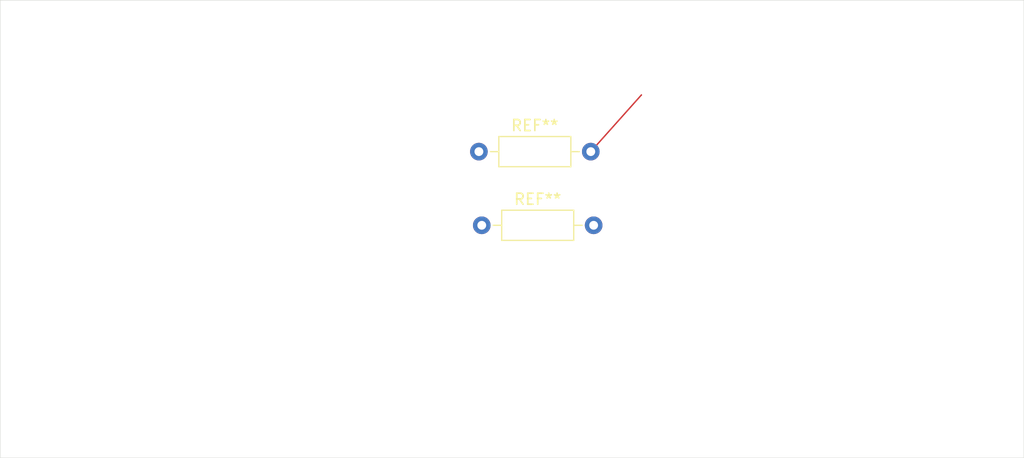
<source format=kicad_pcb>
(kicad_pcb (version 20240108) (generator "pcbnew") (generator_version "8.0")
  (title_block (rev "1"))
  (layers (0 "F.Cu" signal "Front") (1 "In1.Cu" signal) (2 "In2.Cu" signal) (31 "B.Cu" signal "Back") (34 "B.Paste" user) (35 "F.Paste" user) (36 "B.SilkS" user "B.Silkscreen") (37 "F.SilkS" user "F.Silkscreen") (38 "B.Mask" user) (39 "F.Mask" user) (44 "Edge.Cuts" user))
  (net 0 "")
  (footprint "Resistor_THT:R_Axial_DIN0207_L6.3mm_D2.5mm_P10.16mm_Horizontal" (layer "F.Cu") (at 126.91 84.31)
    (property "Reference" "REF**" (at 5.08 -2.37 0) (layer "F.SilkS"))
    (property "Value" "R_Axial_DIN0207_L6.3mm_D2.5mm_P10.16mm_Horizontal")
    (fp_line (start 1.04 0) (end 1.81 0) (stroke (width 0.12)) (layer "F.SilkS"))
    (fp_line (start 1.81 -1.37) (end 1.81 1.37) (stroke (width 0.12)) (layer "F.SilkS"))
    (fp_line (start 1.81 1.37) (end 8.35 1.37) (stroke (width 0.12)) (layer "F.SilkS"))
    (fp_line (start 8.35 -1.37) (end 1.81 -1.37) (stroke (width 0.12)) (layer "F.SilkS"))
    (fp_line (start 8.35 1.37) (end 8.35 -1.37) (stroke (width 0.12)) (layer "F.SilkS"))
    (fp_line (start 9.12 0) (end 8.35 0) (stroke (width 0.12)) (layer "F.SilkS"))
    (pad "1" thru_hole circle (at 0 0) (size 1.6 1.6) (drill 0.8) (layers "*.Cu" "*.Mask"))
    (pad "2" thru_hole oval (at 10.16 0) (size 1.6 1.6) (drill 0.8) (layers "*.Cu" "*.Mask"))
  )
  (footprint "Resistor_THT:R_Axial_DIN0207_L6.3mm_D2.5mm_P10.16mm_Horizontal" (layer "F.Cu") (at 127.17 91)
    (property "Reference" "REF**" (at 5.08 -2.37 0) (layer "F.SilkS"))
    (property "Value" "R_Axial_DIN0207_L6.3mm_D2.5mm_P10.16mm_Horizontal")
    (fp_line (start 1.04 0) (end 1.81 0) (stroke (width 0.12)) (layer "F.SilkS"))
    (fp_line (start 1.81 -1.37) (end 1.81 1.37) (stroke (width 0.12)) (layer "F.SilkS"))
    (fp_line (start 1.81 1.37) (end 8.35 1.37) (stroke (width 0.12)) (layer "F.SilkS"))
    (fp_line (start 8.35 -1.37) (end 1.81 -1.37) (stroke (width 0.12)) (layer "F.SilkS"))
    (fp_line (start 8.35 1.37) (end 8.35 -1.37) (stroke (width 0.12)) (layer "F.SilkS"))
    (fp_line (start 9.12 0) (end 8.35 0) (stroke (width 0.12)) (layer "F.SilkS"))
    (pad "1" thru_hole circle (at 0 0) (size 1.6 1.6) (drill 0.8) (layers "*.Cu" "*.Mask"))
    (pad "2" thru_hole oval (at 10.16 0) (size 1.6 1.6) (drill 0.8) (layers "*.Cu" "*.Mask"))
  )
  (gr_rect (start 83.44 70.56) (end 176.4 112.11) (stroke (width 0.0381)) (fill none) (layer "Edge.Cuts"))
  (segment (start 137.07 84.31) (end 141.67 79.16) (width 0.127) (layer "F.Cu") (net 0))
)
</source>
